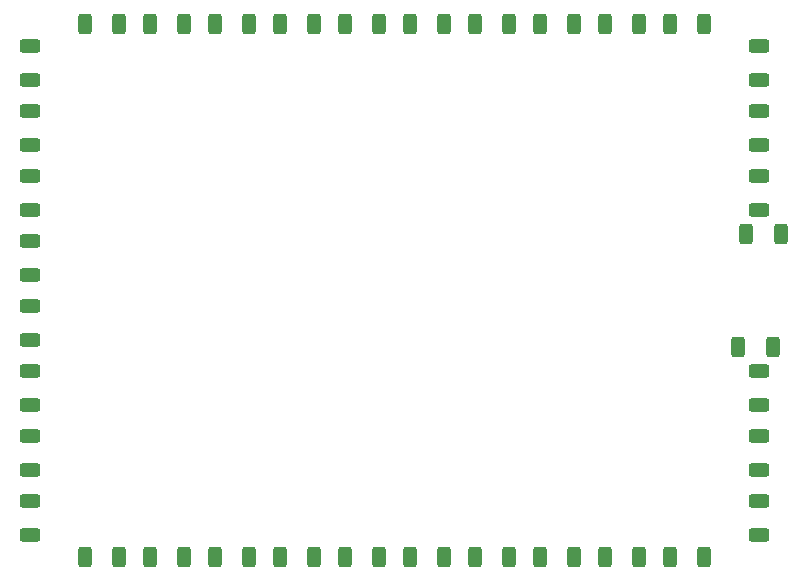
<source format=gbr>
%TF.GenerationSoftware,KiCad,Pcbnew,(7.0.0)*%
%TF.CreationDate,2023-07-18T21:43:11+02:00*%
%TF.ProjectId,Catcar_Ringlight,43617463-6172-45f5-9269-6e676c696768,1.0*%
%TF.SameCoordinates,Original*%
%TF.FileFunction,Paste,Bot*%
%TF.FilePolarity,Positive*%
%FSLAX46Y46*%
G04 Gerber Fmt 4.6, Leading zero omitted, Abs format (unit mm)*
G04 Created by KiCad (PCBNEW (7.0.0)) date 2023-07-18 21:43:11*
%MOMM*%
%LPD*%
G01*
G04 APERTURE LIST*
G04 Aperture macros list*
%AMRoundRect*
0 Rectangle with rounded corners*
0 $1 Rounding radius*
0 $2 $3 $4 $5 $6 $7 $8 $9 X,Y pos of 4 corners*
0 Add a 4 corners polygon primitive as box body*
4,1,4,$2,$3,$4,$5,$6,$7,$8,$9,$2,$3,0*
0 Add four circle primitives for the rounded corners*
1,1,$1+$1,$2,$3*
1,1,$1+$1,$4,$5*
1,1,$1+$1,$6,$7*
1,1,$1+$1,$8,$9*
0 Add four rect primitives between the rounded corners*
20,1,$1+$1,$2,$3,$4,$5,0*
20,1,$1+$1,$4,$5,$6,$7,0*
20,1,$1+$1,$6,$7,$8,$9,0*
20,1,$1+$1,$8,$9,$2,$3,0*%
G04 Aperture macros list end*
%ADD10RoundRect,0.250000X0.625000X-0.312500X0.625000X0.312500X-0.625000X0.312500X-0.625000X-0.312500X0*%
%ADD11RoundRect,0.250000X0.312500X0.625000X-0.312500X0.625000X-0.312500X-0.625000X0.312500X-0.625000X0*%
%ADD12RoundRect,0.250000X-0.625000X0.312500X-0.625000X-0.312500X0.625000X-0.312500X0.625000X0.312500X0*%
%ADD13RoundRect,0.250000X-0.312500X-0.625000X0.312500X-0.625000X0.312500X0.625000X-0.312500X0.625000X0*%
G04 APERTURE END LIST*
D10*
%TO.C,R36*%
X69100000Y-82262500D03*
X69100000Y-79337500D03*
%TD*%
%TO.C,R35*%
X69100000Y-93262500D03*
X69100000Y-90337500D03*
%TD*%
%TO.C,R34*%
X69100000Y-104262500D03*
X69100000Y-101337500D03*
%TD*%
%TO.C,R33*%
X69100000Y-115262500D03*
X69100000Y-112337500D03*
%TD*%
D11*
%TO.C,R32*%
X76712500Y-122600000D03*
X73787500Y-122600000D03*
%TD*%
%TO.C,R31*%
X87712500Y-122600000D03*
X84787500Y-122600000D03*
%TD*%
D10*
%TO.C,R30*%
X69100000Y-87762500D03*
X69100000Y-84837500D03*
%TD*%
%TO.C,R29*%
X69100000Y-98762500D03*
X69100000Y-95837500D03*
%TD*%
%TO.C,R28*%
X69100000Y-109762500D03*
X69100000Y-106837500D03*
%TD*%
%TO.C,R27*%
X69100000Y-120762500D03*
X69100000Y-117837500D03*
%TD*%
D11*
%TO.C,R26*%
X82212500Y-122600000D03*
X79287500Y-122600000D03*
%TD*%
%TO.C,R25*%
X93212500Y-122600000D03*
X90287500Y-122600000D03*
%TD*%
%TO.C,R24*%
X95787500Y-122600000D03*
X98712500Y-122600000D03*
%TD*%
%TO.C,R23*%
X106787500Y-122600000D03*
X109712500Y-122600000D03*
%TD*%
%TO.C,R22*%
X117787500Y-122600000D03*
X120712500Y-122600000D03*
%TD*%
D12*
%TO.C,R21*%
X130900000Y-120762500D03*
X130900000Y-117837500D03*
%TD*%
%TO.C,R20*%
X130900000Y-106837500D03*
X130900000Y-109762500D03*
%TD*%
D11*
%TO.C,R19*%
X132012500Y-104850000D03*
X129087500Y-104850000D03*
%TD*%
%TO.C,R18*%
X101287500Y-122600000D03*
X104212500Y-122600000D03*
%TD*%
%TO.C,R17*%
X112287500Y-122600000D03*
X115212500Y-122600000D03*
%TD*%
%TO.C,R16*%
X123287500Y-122600000D03*
X126212500Y-122600000D03*
%TD*%
D12*
%TO.C,R15*%
X130900000Y-112337500D03*
X130900000Y-115262500D03*
%TD*%
D11*
%TO.C,R14*%
X129787500Y-95250000D03*
X132712500Y-95250000D03*
%TD*%
D12*
%TO.C,R13*%
X130900000Y-90337500D03*
X130900000Y-93262500D03*
%TD*%
%TO.C,R12*%
X130900000Y-87762500D03*
X130900000Y-84837500D03*
%TD*%
D13*
%TO.C,R11*%
X123287500Y-77500000D03*
X126212500Y-77500000D03*
%TD*%
%TO.C,R10*%
X112287500Y-77500000D03*
X115212500Y-77500000D03*
%TD*%
D12*
%TO.C,R6*%
X130900000Y-82262500D03*
X130900000Y-79337500D03*
%TD*%
D13*
%TO.C,R5*%
X117787500Y-77500000D03*
X120712500Y-77500000D03*
%TD*%
%TO.C,R4*%
X106787500Y-77500000D03*
X109712500Y-77500000D03*
%TD*%
%TO.C,R9*%
X101287500Y-77500000D03*
X104212500Y-77500000D03*
%TD*%
%TO.C,R8*%
X90287500Y-77500000D03*
X93212500Y-77500000D03*
%TD*%
%TO.C,R7*%
X79287500Y-77500000D03*
X82212500Y-77500000D03*
%TD*%
%TO.C,R3*%
X95787500Y-77500000D03*
X98712500Y-77500000D03*
%TD*%
%TO.C,R2*%
X84787500Y-77500000D03*
X87712500Y-77500000D03*
%TD*%
%TO.C,R1*%
X76712500Y-77500000D03*
X73787500Y-77500000D03*
%TD*%
M02*

</source>
